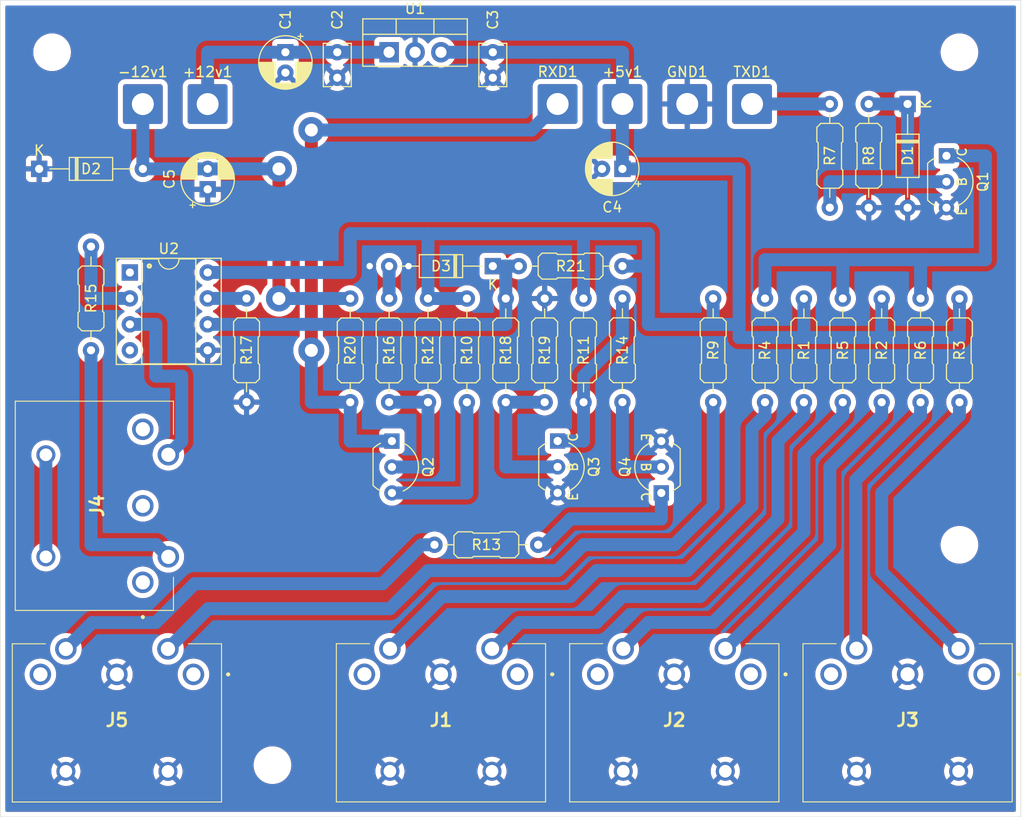
<source format=kicad_pcb>
(kicad_pcb (version 20241229) (generator "pcbnew") (generator_version "9.0")
  (title_block (comment 4 "AISLER Project ID: TXHNPXDB"))
  (layers (0 "F.Cu" signal) (2 "B.Cu" signal) (13 "F.Paste" user) (15 "B.Paste" user) (5 "F.SilkS" user "F.Silkscreen") (7 "B.SilkS" user "B.Silkscreen") (1 "F.Mask" user) (3 "B.Mask" user) (25 "Edge.Cuts" user))
  (net 0 "")
  (net 1 "Net-(D1-K)")
  (net 4 "Net-(J1-Pad5)")
  (net 5 "Net-(J1-Pad4)")
  (net 6 "Net-(J2-Pad5)")
  (net 7 "Net-(J2-Pad4)")
  (net 11 "Net-(J3-Pad5)")
  (net 12 "Net-(J3-Pad4)")
  (net 16 "Net-(J4-Pad4)")
  (net 18 "Net-(-12v1-Pin_1)")
  (net 20 "Net-(J5-Pad4)")
  (net 22 "Net-(J5-Pad5)")
  (net 23 "Net-(Q1-C)")
  (net 24 "Net-(Q2-B)")
  (net 25 "Net-(Q3-C)")
  (net 26 "Net-(Q3-B)")
  (net 27 "Net-(Q4-B)")
  (net 28 "Net-(Q4-C)")
  (net 29 "Net-(U2-C2)")
  (net 30 "Net-(Q2-E)")
  (net 31 "Net-(U2-C1)")
  (net 32 "Net-(D3-A)")
  (net 33 "Net-(U2-VO1)")
  (net 34 "+5V")
  (net 35 "Net-(Q2-C)")
  (net 36 "Net-(TXD1-Pin_1)")
  (net 37 "GND")
  (net 38 "Net-(J4-PadMH1)")
  (net 39 "Net-(+12v1-Pin_1)")
  (net 42 "Net-(D3-K)")
  (footprint "PCM_Resistor_THT_AKL:R_Axial_DIN0207_L6.3mm_D2.5mm_P10.16mm_Horizontal" (layer "F.Cu") (at 58.42 52.07 90)
    (property "Reference" "R10" (at 5.08 0 90) (layer "F.SilkS"))
    (property "Value" "82R" (hide yes))
    (pad "1" thru_hole circle (at 0 0 90) (size 1.6 1.6) (drill 0.8) (layers "*.Cu" "*.Mask") (net 30 "Net-(Q2-E)"))
    (pad "2" thru_hole oval (at 10.16 0 90) (size 1.6 1.6) (drill 0.8) (layers "*.Cu" "*.Mask") (net 34 "+5V"))
  )
  (footprint "KCDX-5S-N:KCDX5SN" (layer "F.Cu") (at 31.63 78.74)
    (property "Reference" "J5" (at -7.5 4.475 0) (layer "F.SilkS") (effects (font (size 1.27 1.27) (thickness 0.254))))
    (property "Value" "DIN-5_180degree" (hide yes))
    (pad "1" thru_hole circle (at 0 0) (size 2.1 2.1) (drill 1.4) (layers "*.Cu" "*.Mask"))
    (pad "2" thru_hole circle (at -7.5 0) (size 2.1 2.1) (drill 1.4) (layers "*.Cu" "*.Mask") (net 37 "GND"))
    (pad "3" thru_hole circle (at -15 0) (size 2.1 2.1) (drill 1.4) (layers "*.Cu" "*.Mask"))
    (pad "4" thru_hole circle (at -2.5 -2.5) (size 2.1 2.1) (drill 1.4) (layers "*.Cu" "*.Mask") (net 20 "Net-(J5-Pad4)"))
    (pad "5" thru_hole circle (at -12.5 -2.5) (size 2.1 2.1) (drill 1.4) (layers "*.Cu" "*.Mask") (net 22 "Net-(J5-Pad5)"))
    (pad "MH1" thru_hole circle (at -2.5 9.5) (size 1.86 1.86) (drill 1.24) (layers "*.Cu" "*.Mask") (net 37 "GND"))
    (pad "MH2" thru_hole circle (at -12.5 9.5) (size 1.86 1.86) (drill 1.24) (layers "*.Cu" "*.Mask") (net 37 "GND"))
  )
  (footprint "Connector_Wire:SolderWire-1.5sqmm_1x01_D1.7mm_OD3.9mm" (layer "F.Cu") (at 73.66 22.85)
    (property "Reference" "+5v1" (at 0 -3.15 0) (layer "F.SilkS"))
    (property "Value" "Conn_01x01")
    (pad "1" thru_hole roundrect (at 0 0) (size 3.9 3.9) (drill 2.15) (layers "*.Cu" "*.Mask") (roundrect_rratio 0.064103) (net 34 "+5V"))
  )
  (footprint "MountingHole:MountingHole_3.2mm_M3" (layer "F.Cu") (at 106.68 17.78)
    (property "Reference" "H2" (hide yes))
    (property "Value" "MountingHole" (hide yes))
    (pad "" np_thru_hole circle (at 0 0) (size 3.2 3.2) (drill 3.2) (layers "*.Cu" "*.Mask"))
  )
  (footprint "KCDX-5S-N:KCDX5SN" (layer "F.Cu") (at 109.1 78.73)
    (property "Reference" "J3" (at -7.5 4.475 0) (layer "F.SilkS") (effects (font (size 1.27 1.27) (thickness 0.254))))
    (property "Value" "DIN-5_180degree" (hide yes))
    (pad "1" thru_hole circle (at 0 0) (size 2.1 2.1) (drill 1.4) (layers "*.Cu" "*.Mask"))
    (pad "2" thru_hole circle (at -7.5 0) (size 2.1 2.1) (drill 1.4) (layers "*.Cu" "*.Mask") (net 37 "GND"))
    (pad "3" thru_hole circle (at -15 0) (size 2.1 2.1) (drill 1.4) (layers "*.Cu" "*.Mask"))
    (pad "4" thru_hole circle (at -2.5 -2.5) (size 2.1 2.1) (drill 1.4) (layers "*.Cu" "*.Mask") (net 12 "Net-(J3-Pad4)"))
    (pad "5" thru_hole circle (at -12.5 -2.5) (size 2.1 2.1) (drill 1.4) (layers "*.Cu" "*.Mask") (net 11 "Net-(J3-Pad5)"))
    (pad "MH1" thru_hole circle (at -2.5 9.5) (size 1.86 1.86) (drill 1.24) (layers "*.Cu" "*.Mask") (net 37 "GND"))
    (pad "MH2" thru_hole circle (at -12.5 9.5) (size 1.86 1.86) (drill 1.24) (layers "*.Cu" "*.Mask") (net 37 "GND"))
  )
  (footprint "PCM_Resistor_THT_AKL:R_Axial_DIN0207_L6.3mm_D2.5mm_P10.16mm_Horizontal" (layer "F.Cu") (at 87.63 52.07 90)
    (property "Reference" "R4" (at 5.08 0 90) (layer "F.SilkS"))
    (property "Value" "220R" (hide yes))
    (pad "1" thru_hole circle (at 0 0 90) (size 1.6 1.6) (drill 0.8) (layers "*.Cu" "*.Mask") (net 4 "Net-(J1-Pad5)"))
    (pad "2" thru_hole oval (at 10.16 0 90) (size 1.6 1.6) (drill 0.8) (layers "*.Cu" "*.Mask") (net 23 "Net-(Q1-C)"))
  )
  (footprint "Connector_Wire:SolderWire-1.5sqmm_1x01_D1.7mm_OD3.9mm" (layer "F.Cu") (at 33.02 22.86)
    (property "Reference" "+12v1" (at 0 -3.15 0) (layer "F.SilkS"))
    (property "Value" "Conn_01x01")
    (pad "1" thru_hole roundrect (at 0 0) (size 3.9 3.9) (drill 2.15) (layers "*.Cu" "*.Mask") (roundrect_rratio 0.064103) (net 39 "Net-(+12v1-Pin_1)"))
  )
  (footprint "Package_TO_SOT_THT:TO-220-3_Vertical" (layer "F.Cu") (at 50.8 17.78)
    (property "Reference" "U1" (at 2.54 -4.27 0) (layer "F.SilkS"))
    (property "Value" "L7805")
    (pad "1" thru_hole rect (at 0 0) (size 1.905 2) (drill 1.1) (layers "*.Cu" "*.Mask") (net 39 "Net-(+12v1-Pin_1)"))
    (pad "2" thru_hole oval (at 2.54 0) (size 1.905 2) (drill 1.1) (layers "*.Cu" "*.Mask") (net 37 "GND"))
    (pad "3" thru_hole oval (at 5.08 0) (size 1.905 2) (drill 1.1) (layers "*.Cu" "*.Mask") (net 34 "+5V"))
  )
  (footprint "PCM_Package_TO_SOT_THT_AKL:TO-92_Inline_Wide_CBE" (layer "F.Cu") (at 67.31 55.87 -90)
    (property "Reference" "Q3" (at 2.54 -3.56 90) (layer "F.SilkS"))
    (property "Value" "BC547" (hide yes))
    (fp_text user "B" (at 2.54 -1.524 90) (layer "F.SilkS") (effects (font (size 0.9 0.9))))
    (fp_text user "E" (at 5.461 -1.524 90) (layer "F.SilkS") (effects (font (size 0.9 0.9))))
    (fp_text user "C" (at -0.381 -1.524 90) (layer "F.SilkS") (effects (font (size 0.9 0.9))))
    (pad "1" thru_hole rect (at 0 0) (size 1.5 1.5) (drill 0.8) (layers "*.Cu" "*.Mask") (net 25 "Net-(Q3-C)"))
    (pad "2" thru_hole circle (at 2.54 0) (size 1.5 1.5) (drill 0.8) (layers "*.Cu" "*.Mask") (net 26 "Net-(Q3-B)"))
    (pad "3" thru_hole circle (at 5.08 0) (size 1.5 1.5) (drill 0.8) (layers "*.Cu" "*.Mask") (net 37 "GND"))
  )
  (footprint "PCM_Resistor_THT_AKL:R_Axial_DIN0207_L6.3mm_D2.5mm_P10.16mm_Horizontal" (layer "F.Cu") (at 65.405 66.04 180)
    (property "Reference" "R13" (at 5.08 0 0) (layer "F.SilkS"))
    (property "Value" "220R" (hide yes))
    (pad "1" thru_hole circle (at 0 0 180) (size 1.6 1.6) (drill 0.8) (layers "*.Cu" "*.Mask") (net 28 "Net-(Q4-C)"))
    (pad "2" thru_hole oval (at 10.16 0 180) (size 1.6 1.6) (drill 0.8) (layers "*.Cu" "*.Mask") (net 22 "Net-(J5-Pad5)"))
  )
  (footprint "PCM_Resistor_THT_AKL:R_Axial_DIN0207_L6.3mm_D2.5mm_P10.16mm_Horizontal" (layer "F.Cu") (at 50.8 52.07 90)
    (property "Reference" "R16" (at 5.08 0 90) (layer "F.SilkS"))
    (property "Value" "2k7" (hide yes))
    (pad "1" thru_hole circle (at 0 0 90) (size 1.6 1.6) (drill 0.8) (layers "*.Cu" "*.Mask") (net 24 "Net-(Q2-B)"))
    (pad "2" thru_hole oval (at 10.16 0 90) (size 1.6 1.6) (drill 0.8) (layers "*.Cu" "*.Mask") (net 32 "Net-(D3-A)"))
  )
  (footprint "Capacitor_THT:CP_Radial_D5.0mm_P2.00mm" (layer "F.Cu") (at 73.66 29.21 180)
    (property "Reference" "C4" (at 1 -3.75 0) (layer "F.SilkS"))
    (property "Value" "10µ 25v")
    (pad "1" thru_hole rect (at 0 0 180) (size 1.6 1.6) (drill 0.8) (layers "*.Cu" "*.Mask") (net 34 "+5V"))
    (pad "2" thru_hole circle (at 2 0 180) (size 1.6 1.6) (drill 0.8) (layers "*.Cu" "*.Mask") (net 37 "GND"))
  )
  (footprint "PCM_Resistor_THT_AKL:R_Axial_DIN0207_L6.3mm_D2.5mm_P10.16mm_Horizontal" (layer "F.Cu") (at 93.98 33.01 90)
    (property "Reference" "R7" (at 5.08 0 90) (layer "F.SilkS"))
    (property "Value" "5k6" (hide yes))
    (pad "1" thru_hole circle (at 0 0 90) (size 1.6 1.6) (drill 0.8) (layers "*.Cu" "*.Mask") (net 1 "Net-(D1-K)"))
    (pad "2" thru_hole oval (at 10.16 0 90) (size 1.6 1.6) (drill 0.8) (layers "*.Cu" "*.Mask") (net 36 "Net-(TXD1-Pin_1)"))
  )
  (footprint "Connector_Wire:SolderWire-1.5sqmm_1x01_D1.7mm_OD3.9mm" (layer "F.Cu") (at 26.67 22.86)
    (property "Reference" "-12v1" (at 0 -3.15 0) (layer "F.SilkS"))
    (property "Value" "Conn_01x01")
    (pad "1" thru_hole roundrect (at 0 0) (size 3.9 3.9) (drill 2.15) (layers "*.Cu" "*.Mask") (roundrect_rratio 0.064103) (net 18 "Net-(-12v1-Pin_1)"))
  )
  (footprint "PCM_Resistor_THT_AKL:R_Axial_DIN0207_L6.3mm_D2.5mm_P10.16mm_Horizontal" (layer "F.Cu") (at 91.44 41.91 -90)
    (property "Reference" "R1" (at 5.08 0 270) (layer "F.SilkS"))
    (property "Value" "220R" (hide yes))
    (pad "1" thru_hole circle (at 0 0 270) (size 1.6 1.6) (drill 0.8) (layers "*.Cu" "*.Mask") (net 34 "+5V"))
    (pad "2" thru_hole oval (at 10.16 0 270) (size 1.6 1.6) (drill 0.8) (layers "*.Cu" "*.Mask") (net 5 "Net-(J1-Pad4)"))
  )
  (footprint "PCM_Resistor_THT_AKL:R_Axial_DIN0207_L6.3mm_D2.5mm_P10.16mm_Horizontal" (layer "F.Cu") (at 102.87 52.07 90)
    (property "Reference" "R6" (at 5.08 0 90) (layer "F.SilkS"))
    (property "Value" "220R" (hide yes))
    (pad "1" thru_hole circle (at 0 0 90) (size 1.6 1.6) (drill 0.8) (layers "*.Cu" "*.Mask") (net 11 "Net-(J3-Pad5)"))
    (pad "2" thru_hole oval (at 10.16 0 90) (size 1.6 1.6) (drill 0.8) (layers "*.Cu" "*.Mask") (net 23 "Net-(Q1-C)"))
  )
  (footprint "Capacitor_THT:C_Rect_L4.0mm_W2.5mm_P2.50mm" (layer "F.Cu") (at 45.72 17.78 -90)
    (property "Reference" "C2" (at -3.175 0 90) (layer "F.SilkS"))
    (property "Value" "100nF")
    (pad "1" thru_hole circle (at 0 0 270) (size 1.6 1.6) (drill 0.8) (layers "*.Cu" "*.Mask") (net 39 "Net-(+12v1-Pin_1)"))
    (pad "2" thru_hole circle (at 2.5 0 270) (size 1.6 1.6) (drill 0.8) (layers "*.Cu" "*.Mask") (net 37 "GND"))
  )
  (footprint "PCM_Resistor_THT_AKL:R_Axial_DIN0207_L6.3mm_D2.5mm_P10.16mm_Horizontal" (layer "F.Cu") (at 106.68 41.91 -90)
    (property "Reference" "R3" (at 5.08 0 270) (layer "F.SilkS"))
    (property "Value" "220R" (hide yes))
    (pad "1" thru_hole circle (at 0 0 270) (size 1.6 1.6) (drill 0.8) (layers "*.Cu" "*.Mask") (net 34 "+5V"))
    (pad "2" thru_hole oval (at 10.16 0 270) (size 1.6 1.6) (drill 0.8) (layers "*.Cu" "*.Mask") (net 12 "Net-(J3-Pad4)"))
  )
  (footprint "Capacitor_THT:C_Rect_L4.0mm_W2.5mm_P2.50mm" (layer "F.Cu") (at 60.96 17.78 -90)
    (property "Reference" "C3" (at -3.175 0 90) (layer "F.SilkS"))
    (property "Value" "100nF")
    (pad "1" thru_hole circle (at 0 0 270) (size 1.6 1.6) (drill 0.8) (layers "*.Cu" "*.Mask") (net 34 "+5V"))
    (pad "2" thru_hole circle (at 2.5 0 270) (size 1.6 1.6) (drill 0.8) (layers "*.Cu" "*.Mask") (net 37 "GND"))
  )
  (footprint "Diode_THT:D_DO-35_SOD27_P10.16mm_Horizontal" (layer "F.Cu") (at 101.6 22.85 -90)
    (property "Reference" "D1" (at 5.08 0 270) (layer "F.SilkS"))
    (property "Value" "1N4148")
    (fp_text user "K" (at 0 -1.8 270) (layer "F.SilkS"))
    (pad "1" thru_hole rect (at 0 0 270) (size 1.6 1.6) (drill 0.8) (layers "*.Cu" "*.Mask") (net 1 "Net-(D1-K)"))
    (pad "2" thru_hole oval (at 10.16 0 270) (size 1.6 1.6) (drill 0.8) (layers "*.Cu" "*.Mask") (net 37 "GND"))
  )
  (footprint "PCM_Package_TO_SOT_THT_AKL:TO-92_Inline_Wide_CBE" (layer "F.Cu") (at 105.41 27.93 -90)
    (property "Reference" "Q1" (at 2.54 -3.56 90) (layer "F.SilkS"))
    (property "Value" "BC547" (hide yes))
    (fp_text user "B" (at 2.54 -1.524 90) (layer "F.SilkS") (effects (font (size 0.9 0.9))))
    (fp_text user "C" (at -0.381 -1.524 90) (layer "F.SilkS") (effects (font (size 0.9 0.9))))
    (fp_text user "E" (at 5.461 -1.524 90) (layer "F.SilkS") (effects (font (size 0.9 0.9))))
    (pad "1" thru_hole rect (at 0 0) (size 1.5 1.5) (drill 0.8) (layers "*.Cu" "*.Mask") (net 23 "Net-(Q1-C)"))
    (pad "2" thru_hole circle (at 2.54 0) (size 1.5 1.5) (drill 0.8) (layers "*.Cu" "*.Mask") (net 1 "Net-(D1-K)"))
    (pad "3" thru_hole circle (at 5.08 0) (size 1.5 1.5) (drill 0.8) (layers "*.Cu" "*.Mask") (net 37 "GND"))
  )
  (footprint "Package_TO_SOT_THT:TO-92_Inline_Wide" (layer "F.Cu") (at 51.075 55.88 -90)
    (property "Reference" "Q2" (at 2.54 -3.56 270) (layer "F.SilkS"))
    (property "Value" "BC557")
    (pad "1" thru_hole rect (at 0 0 270) (size 1.5 1.5) (drill 0.8) (layers "*.Cu" "*.Mask") (net 35 "Net-(Q2-C)"))
    (pad "2" thru_hole circle (at 2.54 0 270) (size 1.5 1.5) (drill 0.8) (layers "*.Cu" "*.Mask") (net 24 "Net-(Q2-B)"))
    (pad "3" thru_hole circle (at 5.08 0 270) (size 1.5 1.5) (drill 0.8) (layers "*.Cu" "*.Mask") (net 30 "Net-(Q2-E)"))
  )
  (footprint "Diode_THT:D_DO-35_SOD27_P10.16mm_Horizontal" (layer "F.Cu") (at 16.51 29.21)
    (property "Reference" "D2" (at 5.08 0 0) (layer "F.SilkS"))
    (property "Value" "1N4148")
    (fp_text user "K" (at 0 -1.8 0) (layer "F.SilkS"))
    (pad "1" thru_hole rect (at 0 0) (size 1.6 1.6) (drill 0.8) (layers "*.Cu" "*.Mask") (net 37 "GND"))
    (pad "2" thru_hole oval (at 10.16 0) (size 1.6 1.6) (drill 0.8) (layers "*.Cu" "*.Mask") (net 18 "Net-(-12v1-Pin_1)"))
  )
  (footprint "Diode_THT:D_DO-35_SOD27_P10.16mm_Horizontal" (layer "F.Cu") (at 60.96 38.735 180)
    (property "Reference" "D3" (at 5.08 0 180) (layer "F.SilkS"))
    (property "Value" "1N4148")
    (fp_text user "K" (at 0 -1.8 180) (layer "F.SilkS"))
    (pad "1" thru_hole rect (at 0 0 180) (size 1.6 1.6) (drill 0.8) (layers "*.Cu" "*.Mask") (net 42 "Net-(D3-K)"))
    (pad "2" thru_hole oval (at 10.16 0 180) (size 1.6 1.6) (drill 0.8) (layers "*.Cu" "*.Mask") (net 32 "Net-(D3-A)"))
  )
  (footprint "Connector_Wire:SolderWire-1.5sqmm_1x01_D1.7mm_OD3.9mm" (layer "F.Cu") (at 86.36 22.85)
    (property "Reference" "TXD1" (at 0 -3.15 0) (layer "F.SilkS"))
    (property "Value" "Conn_01x01")
    (pad "1" thru_hole roundrect (at 0 0) (size 3.9 3.9) (drill 2.15) (layers "*.Cu" "*.Mask") (roundrect_rratio 0.064103) (net 36 "Net-(TXD1-Pin_1)"))
  )
  (footprint "PCM_Resistor_THT_AKL:R_Axial_DIN0207_L6.3mm_D2.5mm_P10.16mm_Horizontal" (layer "F.Cu") (at 21.59 36.82 -90)
    (property "Reference" "R15" (at 5.08 0 90) (layer "F.SilkS"))
    (property "Value" "220R" (hide yes))
    (pad "1" thru_hole circle (at 0 0 270) (size 1.6 1.6) (drill 0.8) (layers "*.Cu" "*.Mask") (net 31 "Net-(U2-C1)"))
    (pad "2" thru_hole oval (at 10.16 0 270) (size 1.6 1.6) (drill 0.8) (layers "*.Cu" "*.Mask") (net 16 "Net-(J4-Pad4)"))
  )
  (footprint "Connector_Wire:SolderWire-1.5sqmm_1x01_D1.7mm_OD3.9mm" (layer "F.Cu") (at 80.01 22.85)
    (property "Reference" "GND1" (at 0 -3.15 0) (layer "F.SilkS"))
    (property "Value" "Conn_01x01")
    (pad "1" thru_hole roundrect (at 0 0) (size 3.9 3.9) (drill 2.15) (layers "*.Cu" "*.Mask") (roundrect_rratio 0.064103) (net 37 "GND"))
  )
  (footprint "PCM_Resistor_THT_AKL:R_Axial_DIN0207_L6.3mm_D2.5mm_P10.16mm_Horizontal" (layer "F.Cu") (at 69.85 41.91 -90)
    (property "Reference" "R11" (at 5.08 0 270) (layer "F.SilkS"))
    (property "Value" "3k9" (hide yes))
    (pad "1" thru_hole circle (at 0 0 270) (size 1.6 1.6) (drill 0.8) (layers "*.Cu" "*.Mask") (net 34 "+5V"))
    (pad "2" thru_hole oval (at 10.16 0 270) (size 1.6 1.6) (drill 0.8) (layers "*.Cu" "*.Mask") (net 25 "Net-(Q3-C)"))
  )
  (footprint "MountingHole:MountingHole_3.2mm_M3" (layer "F.Cu") (at 106.68 66.04)
    (property "Reference" "H4" (hide yes))
    (property "Value" "MountingHole" (hide yes))
    (pad "" np_thru_hole circle (at 0 0) (size 3.2 3.2) (drill 3.2) (layers "*.Cu" "*.Mask"))
  )
  (footprint "PCM_Resistor_THT_AKL:R_Axial_DIN0207_L6.3mm_D2.5mm_P10.16mm_Horizontal" (layer "F.Cu") (at 73.66 41.9 -90)
    (property "Reference" "R14" (at 5.08 0 90) (layer "F.SilkS"))
    (property "Value" "4k7" (hide yes))
    (pad "1" thru_hole circle (at 0 0 270) (size 1.6 1.6) (drill 0.8) (layers "*.Cu" "*.Mask") (net 25 "Net-(Q3-C)"))
    (pad "2" thru_hole oval (at 10.16 0 270) (size 1.6 1.6) (drill 0.8) (layers "*.Cu" "*.Mask") (net 27 "Net-(Q4-B)"))
  )
  (footprint "PCM_Resistor_THT_AKL:R_Axial_DIN0207_L6.3mm_D2.5mm_P10.16mm_Horizontal" (layer "F.Cu") (at 97.79 22.85 -90)
    (property "Reference" "R8" (at 5.08 0 270) (layer "F.SilkS"))
    (property "Value" "1k8" (hide yes))
    (pad "1" thru_hole circle (at 0 0 270) (size 1.6 1.6) (drill 0.8) (layers "*.Cu" "*.Mask") (net 1 "Net-(D1-K)"))
    (pad "2" thru_hole oval (at 10.16 0 270) (size 1.6 1.6) (drill 0.8) (layers "*.Cu" "*.Mask") (net 37 "GND"))
  )
  (footprint "PCM_Resistor_THT_AKL:R_Axial_DIN0207_L6.3mm_D2.5mm_P10.16mm_Horizontal" (layer "F.Cu") (at 95.25 52.07 90)
    (property "Reference" "R5" (at 5.08 0 90) (layer "F.SilkS"))
    (property "Value" "220R" (hide yes))
    (pad "1" thru_hole circle (at 0 0 90) (size 1.6 1.6) (drill 0.8) (layers "*.Cu" "*.Mask") (net 6 "Net-(J2-Pad5)"))
    (pad "2" thru_hole oval (at 10.16 0 90) (size 1.6 1.6) (drill 0.8) (layers "*.Cu" "*.Mask") (net 23 "Net-(Q1-C)"))
  )
  (footprint "PCM_Resistor_THT_AKL:R_Axial_DIN0207_L6.3mm_D2.5mm_P10.16mm_Horizontal" (layer "F.Cu") (at 73.66 38.735 180)
    (property "Reference" "R21" (at 5.08 0 0) (layer "F.SilkS"))
    (property "Value" "1k5" (hide yes))
    (pad "1" thru_hole circle (at 0 0 180) (size 1.6 1.6) (drill 0.8) (layers "*.Cu" "*.Mask") (net 34 "+5V"))
    (pad "2" thru_hole oval (at 10.16 0 180) (size 1.6 1.6) (drill 0.8) (layers "*.Cu" "*.Mask") (net 42 "Net-(D3-K)"))
  )
  (footprint "PCM_Resistor_THT_AKL:R_Axial_DIN0207_L6.3mm_D2.5mm_P10.16mm_Horizontal" (layer "F.Cu") (at 99.06 41.91 -90)
    (property "Reference" "R2" (at 5.08 0 270) (layer "F.SilkS"))
    (property "Value" "220R" (hide yes))
    (pad "1" thru_hole circle (at 0 0 270) (size 1.6 1.6) (drill 0.8) (layers "*.Cu" "*.Mask") (net 34 "+5V"))
    (pad "2" thru_hole oval (at 10.16 0 270) (size 1.6 1.6) (drill 0.8) (layers "*.Cu" "*.Mask") (net 7 "Net-(J2-Pad4)"))
  )
  (footprint "Connector_Wire:SolderWire-1.5sqmm_1x01_D1.7mm_OD3.9mm" (layer "F.Cu") (at 67.31 22.85)
    (property "Reference" "RXD1" (at 0 -3.15 0) (layer "F.SilkS"))
    (property "Value" "Conn_01x01")
    (pad "1" thru_hole roundrect (at 0 0) (size 3.9 3.9) (drill 2.15) (layers "*.Cu" "*.Mask") (roundrect_rratio 0.064103) (net 35 "Net-(Q2-C)"))
  )
  (footprint "KCDX-5S-N:KCDX5SN" (layer "F.Cu") (at 26.67 69.72 -90)
    (property "Reference" "J4" (at -7.5 4.475 90) (layer "F.SilkS") (effects (font (size 1.27 1.27) (thickness 0.254))))
    (property "Value" "DIN-5_180degree" (hide yes))
    (pad "1" thru_hole circle (at 0 0 270) (size 2.1 2.1) (drill 1.4) (layers "*.Cu" "*.Mask"))
    (pad "2" thru_hole circle (at -7.5 0 270) (size 2.1 2.1) (drill 1.4) (layers "*.Cu" "*.Mask"))
    (pad "3" thru_hole circle (at -15 0 270) (size 2.1 2.1) (drill 1.4) (layers "*.Cu" "*.Mask"))
    (pad "4" thru_hole circle (at -2.5 -2.5 270) (size 2.1 2.1) (drill 1.4) (layers "*.Cu" "*.Mask") (net 16 "Net-(J4-Pad4)"))
    (pad "5" thru_hole circle (at -12.5 -2.5 270) (size 2.1 2.1) (drill 1.4) (layers "*.Cu" "*.Mask") (net 29 "Net-(U2-C2)"))
    (pad "MH1" thru_hole circle (at -2.5 9.5 270) (size 1.86 1.86) (drill 1.24) (layers "*.Cu" "*.Mask") (net 38 "Net-(J4-PadMH1)"))
    (pad "MH2" thru_hole circle (at -12.5 9.5 270) (size 1.86 1.86) (drill 1.24) (layers "*.Cu" "*.Mask") (net 38 "Net-(J4-PadMH1)"))
  )
  (footprint "PCM_Resistor_THT_AKL:R_Axial_DIN0207_L6.3mm_D2.5mm_P10.16mm_Horizontal" (layer "F.Cu") (at 66.04 52.07 90)
    (property "Reference" "R19" (at 5.08 0 90) (layer "F.SilkS"))
    (property "Value" "3k9" (hide yes))
    (pad "1" thru_hole circle (at 0 0 90) (size 1.6 1.6) (drill 0.8) (layers "*.Cu" "*.Mask") (net 26 "Net-(Q3-B)"))
    (pad "2" thru_hole oval (at 10.16 0 90) (size 1.6 1.6) (drill 0.8) (layers "*.Cu" "*.Mask") (net 37 "GND"))
  )
  (footprint "PCM_Package_TO_SOT_THT_AKL:TO-92_Inline_Wide_CBE" (layer "F.Cu") (at 77.47 60.96 90)
    (property "Reference" "Q4" (at 2.54 -3.56 90) (layer "F.SilkS"))
    (property "Value" "BC547" (hide yes))
    (fp_text user "C" (at -0.381 -1.524 270) (layer "F.SilkS") (effects (font (size 0.9 0.9))))
    (fp_text user "E" (at 5.461 -1.524 270) (layer "F.SilkS") (effects (font (size 0.9 0.9))))
    (fp_text user "B" (at 2.54 -1.524 270) (layer "F.SilkS") (effects (font (size 0.9 0.9))))
    (pad "1" thru_hole rect (at 0 0 180) (size 1.5 1.5) (drill 0.8) (layers "*.Cu" "*.Mask") (net 28 "Net-(Q4-C)"))
    (pad "2" thru_hole circle (at 2.54 0 180) (size 1.5 1.5) (drill 0.8) (layers "*.Cu" "*.Mask") (net 27 "Net-(Q4-B)"))
    (pad "3" thru_hole circle (at 5.08 0 180) (size 1.5 1.5) (drill 0.8) (layers "*.Cu" "*.Mask") (net 37 "GND"))
  )
  (footprint "KCDX-5S-N:KCDX5SN" (layer "F.Cu") (at 63.38 78.73)
    (property "Reference" "J1" (at -7.5 4.475 0) (layer "F.SilkS") (effects (font (size 1.27 1.27) (thickness 0.254))))
    (property "Value" "DIN-5_180degree" (hide yes))
    (pad "1" thru_hole circle (at 0 0) (size 2.1 2.1) (drill 1.4) (layers "*.Cu" "*.Mask"))
    (pad "2" thru_hole circle (at -7.5 0) (size 2.1 2.1) (drill 1.4) (layers "*.Cu" "*.Mask") (net 37 "GND"))
    (pad "3" thru_hole circle (at -15 0) (size 2.1 2.1) (drill 1.4) (layers "*.Cu" "*.Mask"))
    (pad "4" thru_hole circle (at -2.5 -2.5) (size 2.1 2.1) (drill 1.4) (layers "*.Cu" "*.Mask") (net 5 "Net-(J1-Pad4)"))
    (pad "5" thru_hole circle (at -12.5 -2.5) (size 2.1 2.1) (drill 1.4) (layers "*.Cu" "*.Mask") (net 4 "Net-(J1-Pad5)"))
    (pad "MH1" thru_hole circle (at -2.5 9.5) (size 1.86 1.86) (drill 1.24) (layers "*.Cu" "*.Mask") (net 37 "GND"))
    (pad "MH2" thru_hole circle (at -12.5 9.5) (size 1.86 1.86) (drill 1.24) (layers "*.Cu" "*.Mask") (net 37 "GND"))
  )
  (footprint "PCM_Resistor_THT_AKL:R_Axial_DIN0207_L6.3mm_D2.5mm_P10.16mm_Horizontal" (layer "F.Cu") (at 54.61 52.07 90)
    (property "Reference" "R12" (at 5.08 0 90) (layer "F.SilkS"))
    (property "Value" "2k2" (hide yes))
    (pad "1" thru_hole circle (at 0 0 90) (size 1.6 1.6) (drill 0.8) (layers "*.Cu" "*.Mask") (net 24 "Net-(Q2-B)"))
    (pad "2" thru_hole oval (at 10.16 0 90) (size 1.6 1.6) (drill 0.8) (layers "*.Cu" "*.Mask") (net 34 "+5V"))
  )
  (footprint "PCM_Resistor_THT_AKL:R_Axial_DIN0207_L6.3mm_D2.5mm_P10.16mm_Horizontal" (layer "F.Cu") (at 82.55 41.9 -90)
    (property "Reference" "R9" (at 5.08 0 270) (layer "F.SilkS"))
    (property "Value" "220R" (hide yes))
    (pad "1" thru_hole circle (at 0 0 270) (size 1.6 1.6) (drill 0.8) (layers "*.Cu" "*.Mask") (net 34 "+5V"))
    (pad "2" thru_hole oval (at 10.16 0 270) (size 1.6 1.6) (drill 0.8) (layers "*.Cu" "*.Mask") (net 20 "Net-(J5-Pad4)"))
  )
  (footprint "Capacitor_THT:CP_Radial_D5.0mm_P2.00mm" (layer "F.Cu") (at 40.64 17.78 -90)
    (property "Reference" "C1" (at -3.175 0 90) (layer "F.SilkS"))
    (property "Value" "10µ 25v")
    (pad "1" thru_hole rect (at 0 0 270) (size 1.6 1.6) (drill 0.8) (layers "*.Cu" "*.Mask") (net 39 "Net-(+12v1-Pin_1)"))
    (pad "2" thru_hole circle (at 2 0 270) (size 1.6 1.6) (drill 0.8) (layers "*.Cu" "*.Mask") (net 37 "GND"))
  )
  (footprint "Capacitor_THT:CP_Radial_D5.0mm_P2.00mm" (layer "F.Cu") (at 33.02 31.21 90)
    (property "Reference" "C5" (at 1 -3.75 90) (layer "F.SilkS"))
    (property "Value" "10µ 25v")
    (pad "1" thru_hole rect (at 0 0 90) (size 1.6 1.6) (drill 0.8) (layers "*.Cu" "*.Mask") (net 37 "GND"))
    (pad "2" thru_hole circle (at 2 0 90) (size 1.6 1.6) (drill 0.8) (layers "*.Cu" "*.Mask") (net 18 "Net-(-12v1-Pin_1)"))
  )
  (footprint "MountingHole:MountingHole_3.2mm_M3" (layer "F.Cu") (at 17.78 17.78)
    (property "Reference" "H1" (hide yes))
    (property "Value" "MountingHole" (hide yes))
    (pad "" np_thru_hole circle (at 0 0) (size 3.2 3.2) (drill 3.2) (layers "*.Cu" "*.Mask"))
  )
  (footprint "PCM_Resistor_THT_AKL:R_Axial_DIN0207_L6.3mm_D2.5mm_P10.16mm_Horizontal" (layer "F.Cu") (at 46.99 41.91 -90)
    (property "Reference" "R20" (at 5.08 0 90) (layer "F.SilkS"))
    (property "Value" "1k8" (hide yes))
    (pad "1" thru_hole circle (at 0 0 270) (size 1.6 1.6) (drill 0.8) (layers "*.Cu" "*.Mask") (net 18 "Net-(-12v1-Pin_1)"))
    (pad "2" thru_hole oval (at 10.16 0 270) (size 1.6 1.6) (drill 0.8) (layers "*.Cu" "*.Mask") (net 35 "Net-(Q2-C)"))
  )
  (footprint "PCM_Package_DIP_AKL:DIP-8_W7.62mm_Socket" (layer "F.Cu") (at 25.4 39.36)
    (property "Reference" "U2" (at 3.81 -2.33 0) (layer "F.SilkS"))
    (property "Value" "6N138" (hide yes))
    (pad "1" thru_hole rect (at 0 0) (size 1.6 1.6) (drill 0.8) (layers "*.Cu" "*.Mask"))
    (pad "2" thru_hole oval (at 0 2.54) (size 1.6 1.6) (drill 0.8) (layers "*.Cu" "*.Mask") (net 31 "Net-(U2-C1)"))
    (pad "3" thru_hole oval (at 0 5.08) (size 1.6 1.6) (drill 0.8) (layers "*.Cu" "*.Mask") (net 29 "Net-(U2-C2)"))
    (pad "4" thru_hole oval (at 0 7.62) (size 1.6 1.6) (drill 0.8) (layers "*.Cu" "*.Mask"))
    (pad "5" thru_hole oval (at 7.62 7.62) (size 1.6 1.6) (drill 0.8) (layers "*.Cu" "*.Mask") (net 37 "GND"))
    (pad "6" thru_hole oval (at 7.62 5.08) (size 1.6 1.6) (drill 0.8) (layers "*.Cu" "*.Mask") (net 42 "Net-(D3-K)"))
    (pad "7" thru_hole oval (at 7.62 2.54) (size 1.6 1.6) (drill 0.8) (layers "*.Cu" "*.Mask") (net 33 "Net-(U2-VO1)"))
    (pad "8" thru_hole oval (at 7.62 0) (size 1.6 1.6) (drill 0.8) (layers "*.Cu" "*.Mask") (net 34 "+5V"))
  )
  (footprint "PCM_Resistor_THT_AKL:R_Axial_DIN0207_L6.3mm_D2.5mm_P10.16mm_Horizontal" (layer "F.Cu") (at 62.23 52.07 90)
    (property "Reference" "R18" (at 5.08 0 90) (layer "F.SilkS"))
    (property "Value" "12k" (hide yes))
    (pad "1" thru_hole circle (at 0 0 90) (size 1.6 1.6) (drill 0.8) (layers "*.Cu" "*.Mask") (net 26 "Net-(Q3-B)"))
    (pad "2" thru_hole oval (at 10.16 0 90) (size 1.6 1.6) (drill 0.8) (layers "*.Cu" "*.Mask") (net 42 "Net-(D3-K)"))
  )
  (footprint "PCM_Resistor_THT_AKL:R_Axial_DIN0207_L6.3mm_D2.5mm_P10.16mm_Horizontal" (layer "F.Cu") (at 36.83 41.9 -90)
    (property "Reference" "R17" (at 5.08 0 90) (layer "F.SilkS"))
    (property "Value" "1k" (hide yes))
    (pad "1" thru_hole circle (at 0 0 270) (size 1.6 1.6) (drill 0.8) (layers "*.Cu" "*.Mask") (net 33 "Net-(U2-VO1)"))
    (pad "2" thru_hole oval (at 10.16 0 270) (size 1.6 1.6) (drill 0.8) (layers "*.Cu" "*.Mask") (net 37 "GND"))
  )
  (footprint "KCDX-5S-N:KCDX5SN" (layer "F.Cu") (at 86.24 78.73)
    (property "Reference" "J2" (at -7.5 4.475 0) (layer "F.SilkS") (effects (font (size 1.27 1.27) (thickness 0.254))))
    (property "Value" "DIN-5_180degree" (hide yes))
    (pad "1" thru_hole circle (at 0 0) (size 2.1 2.1) (drill 1.4) (layers "*.Cu" "*.Mask"))
    (pad "2" thru_hole circle (at -7.5 0) (size 2.1 2.1) (drill 1.4) (layers "*.Cu" "*.Mask") (net 37 "GND"))
    (pad "3" thru_hole circle (at -15 0) (size 2.1 2.1) (drill 1.4) (layers "*.Cu" "*.Mask"))
    (pad "4" thru_hole circle (at -2.5 -2.5) (size 2.1 2.1) (drill 1.4) (layers "*.Cu" "*.Mask") (net 7 "Net-(J2-Pad4)"))
    (pad "5" thru_hole circle (at -12.5 -2.5) (size 2.1 2.1) (drill 1.4) (layers "*.Cu" "*.Mask") (net 6 "Net-(J2-Pad5)"))
    (pad "MH1" thru_hole circle (at -2.5 9.5) (size 1.86 1.86) (drill 1.24) (layers "*.Cu" "*.Mask") (net 37 "GND"))
    (pad "MH2" thru_hole circle (at -12.5 9.5) (size 1.86 1.86) (drill 1.24) (layers "*.Cu" "*.Mask") (net 37 "GND"))
  )
  (footprint "MountingHole:MountingHole_3.2mm_M3" (layer "F.Cu") (at 39.37 87.63)
    (property "Reference" "H3" (hide yes))
    (property "Value" "MountingHole" (hide yes))
    (pad "" np_thru_hole circle (at 0 0) (size 3.2 3.2) (drill 3.2) (layers "*.Cu" "*.Mask"))
  )
  (gr_rect (start 12.7 12.7) (end 112.7 92.7) (stroke (width 0.05)) (fill no) (layer "Edge.Cuts"))
  (segment (start 105.41 30.47) (end 101.6 30.47) (width 1.27) (layer "B.Cu") (net 1))
  (segment (start 93.98 30.47) (end 101.6 30.47) (width 1.27) (layer "B.Cu") (net 1))
  (segment (start 101.6 30.47) (end 101.6 22.85) (width 1.27) (layer "B.Cu") (net 1))
  (segment (start 101.6 22.85) (end 97.79 22.85) (width 1.27) (layer "B.Cu") (net 1))
  (segment (start 93.98 33.01) (end 93.98 30.47) (width 1.27) (layer "B.Cu") (net 1))
  (segment (start 68.58 71.11) (end 71.12 68.57) (width 1.27) (layer "B.Cu") (net 4))
  (segment (start 71.12 68.57) (end 80.01 68.57) (width 1.27) (layer "B.Cu") (net 4))
  (segment (start 50.88 76.23) (end 56 71.11) (width 1.27) (layer "B.Cu") (net 4))
  (segment (start 86.36 54.62) (end 87.63 53.35) (width 1.27) (layer "B.Cu") (net 4))
  (segment (start 56 71.11) (end 68.58 71.11) (width 1.27) (layer "B.Cu") (net 4))
  (segment (start 80.01 68.57) (end 86.36 62.22) (width 1.27) (layer "B.Cu") (net 4))
  (segment (start 86.36 62.22) (end 86.36 54.62) (width 1.27) (layer "B.Cu") (net 4))
  (segment (start 87.63 53.35) (end 87.63 52.07) (width 1.27) (layer "B.Cu") (net 4))
  (segment (start 73.66 71.11) (end 81.28 71.11) (width 1.27) (layer "B.Cu") (net 5))
  (segment (start 83.83 68.57) (end 88.9 63.5) (width 1.27) (layer "B.Cu") (net 5))
  (segment (start 88.9 63.5) (end 88.9 55.88) (width 1.27) (layer "B.Cu") (net 5))
  (segment (start 91.44 53.34) (end 91.44 52.07) (width 1.27) (layer "B.Cu") (net 5))
  (segment (start 83.82 68.57) (end 83.83 68.57) (width 1.27) (layer "B.Cu") (net 5))
  (segment (start 63.58 73.65) (end 71.12 73.65) (width 1.27) (layer "B.Cu") (net 5))
  (segment (start 81.28 71.11) (end 83.82 68.57) (width 1.27) (layer "B.Cu") (net 5))
  (segment (start 71.12 73.65) (end 73.66 71.11) (width 1.27) (layer "B.Cu") (net 5))
  (segment (start 61 76.23) (end 63.58 73.65) (width 1.27) (layer "B.Cu") (net 5))
  (segment (start 60.88 76.23) (end 61 76.23) (width 1.27) (layer "B.Cu") (net 5))
  (segment (start 88.9 55.88) (end 91.44 53.34) (width 1.27) (layer "B.Cu") (net 5))
  (segment (start 73.74 76.12) (end 76.21 73.65) (width 1.27) (layer "B.Cu") (net 6))
  (segment (start 73.74 76.23) (end 73.74 76.12) (width 1.27) (layer "B.Cu") (net 6))
  (segment (start 91.44 57.16) (end 95.25 53.35) (width 1.27) (layer "B.Cu") (net 6))
  (segment (start 82.55 73.65) (end 85.09 71.11) (width 1.27) (layer "B.Cu") (net 6))
  (segment (start 91.44 64.77) (end 91.44 57.16) (width 1.27) (layer "B.Cu") (net 6))
  (segment (start 85.1 71.11) (end 91.44 64.77) (width 1.27) (layer "B.Cu") (net 6))
  (segment (start 76.21 73.65) (end 82.55 73.65) (width 1.27) (layer "B.Cu") (net 6))
  (segment (start 85.09 71.11) (end 85.1 71.11) (width 1.27) (layer "B.Cu") (net 6))
  (segment (start 95.25 53.35) (end 95.25 52.07) (width 1.27) (layer "B.Cu") (net 6))
  (segment (start 86.36 73.66) (end 93.98 66.04) (width 1.27) (layer "B.Cu") (net 7))
  (segment (start 93.98 58.42) (end 99.06 53.34) (width 1.27) (layer "B.Cu") (net 7))
  (segment (start 83.74 76.23) (end 86.31 73.66) (width 1.27) (layer "B.Cu") (net 7))
  (segment (start 99.06 53.34) (end 99.06 52.07) (width 1.27) (layer "B.Cu") (net 7))
  (segment (start 86.31 73.66) (end 86.36 73.66) (width 1.27) (layer "B.Cu") (net 7))
  (segment (start 93.98 66.04) (end 93.98 58.42) (width 1.27) (layer "B.Cu") (net 7))
  (segment (start 96.52 59.69) (end 102.87 53.34) (width 1.27) (layer "B.Cu") (net 11))
  (segment (start 102.87 53.34) (end 102.87 52.07) (width 1.27) (layer "B.Cu") (net 11))
  (segment (start 96.52 76.15) (end 96.52 59.69) (width 1.27) (layer "B.Cu") (net 11))
  (segment (start 96.6 76.23) (end 96.52 76.15) (width 1.27) (layer "B.Cu") (net 11))
  (segment (start 99.06 68.69) (end 99.06 60.97) (width 1.27) (layer "B.Cu") (net 12))
  (segment (start 106.6 76.23) (end 99.06 68.69) (width 1.27) (layer "B.Cu") (net 12))
  (segment (start 106.68 53.35) (end 106.68 52.07) (width 1.27) (layer "B.Cu") (net 12))
  (segment (start 99.06 60.97) (end 106.68 53.35) (width 1.27) (layer "B.Cu") (net 12))
  (segment (start 27.98 66.03) (end 29.17 67.22) (width 1.27) (layer "B.Cu") (net 16))
  (segment (start 21.59 46.98) (end 21.59 66.03) (width 1.27) (layer "B.Cu") (net 16))
  (segment (start 21.59 66.03) (end 27.98 66.03) (width 1.27) (layer "B.Cu") (net 16))
  (segment (start 40.005 41.91) (end 40.005 29.21) (width 1.27) (layer "F.Cu") (net 18))
  (via (at 40.005 29.21) (size 2.54) (drill 1.27) (layers "F.Cu" "B.Cu") (net 18))
  (via (at 40.005 41.91) (size 2.54) (drill 1.27) (layers "F.Cu" "B.Cu") (net 18))
  (segment (start 26.67 29.21) (end 26.67 22.86) (width 1.27) (layer "B.Cu") (net 18))
  (segment (start 40.005 29.21) (end 33.02 29.21) (width 1.27) (layer "B.Cu") (net 18))
  (segment (start 26.67 29.21) (end 33.02 29.21) (width 1.27) (layer "B.Cu") (net 18))
  (segment (start 46.99 41.91) (end 40.005 41.91) (width 1.27) (layer "B.Cu") (net 18))
  (segment (start 29.13 76.24) (end 33.07 72.3) (width 1.27) (layer "B.Cu") (net 20))
  (segment (start 33.07 72.3) (end 50.88 72.3) (width 1.27) (layer "B.Cu") (net 20))
  (segment (start 82.55 62.23) (end 82.55 52.06) (width 1.27) (layer "B.Cu") (net 20))
  (segment (start 78.75 66.03) (end 82.55 62.23) (width 1.27) (layer "B.Cu") (net 20))
  (segment (start 54.61 68.57) (end 67.31 68.57) (width 1.27) (layer "B.Cu") (net 20))
  (segment (start 50.88 72.3) (end 54.61 68.57) (width 1.27) (layer "B.Cu") (net 20))
  (segment (start 69.85 66.03) (end 78.75 66.03) (width 1.27) (layer "B.Cu") (net 20))
  (segment (start 67.31 68.57) (end 69.85 66.03) (width 1.27) (layer "B.Cu") (net 20))
  (segment (start 55.245 66.04) (end 53.975 66.04) (width 1.27) (layer "B.Cu") (net 22))
  (segment (start 21.71 73.66) (end 19.13 76.24) (width 1.27) (layer "B.Cu") (net 22))
  (segment (start 53.975 66.04) (end 50.165 69.85) (width 1.27) (layer "B.Cu") (net 22))
  (segment (start 50.165 69.85) (end 31.75 69.85) (width 1.27) (layer "B.Cu") (net 22))
  (segment (start 27.94 73.66) (end 21.71 73.66) (width 1.27) (layer "B.Cu") (net 22))
  (segment (start 31.75 69.85) (end 27.94 73.66) (width 1.27) (layer "B.Cu") (net 22))
  (segment (start 95.25 41.91) (end 95.25 38.11) (width 1.27) (layer "B.Cu") (net 23))
  (segment (start 102.87 41.91) (end 102.87 38.11) (width 1.27) (layer "B.Cu") (net 23))
  (segment (start 102.87 38.11) (end 109.21 38.11) (width 1.27) (layer "B.Cu") (net 23))
  (segment (start 109.22 38.1) (end 109.22 27.94) (width 1.27) (layer "B.Cu") (net 23))
  (segment (start 87.63 38.11) (end 95.25 38.11) (width 1.27) (layer "B.Cu") (net 23))
  (segment (start 109.21 27.93) (end 105.41 27.93) (width 1.27) (layer "B.Cu") (net 23))
  (segment (start 109.22 27.94) (end 109.21 27.93) (width 1.27) (layer "B.Cu") (net 23))
  (segment (start 109.21 38.11) (end 109.22 38.1) (width 1.27) (layer "B.Cu") (net 23))
  (segment (start 87.63 41.91) (end 87.63 38.11) (width 1.27) (layer "B.Cu") (net 23))
  (segment (start 95.25 38.11) (end 102.87 38.11) (width 1.27) (layer "B.Cu") (net 23))
  (segment (start 50.8 52.07) (end 54.61 52.07) (width 1.27) (layer "B.Cu") (net 24))
  (segment (start 51.075 58.42) (end 54.61 58.42) (width 1.27) (layer "B.Cu") (net 24))
  (segment (start 54.61 58.42) (end 54.61 52.07) (width 1.27) (layer "B.Cu") (net 24))
  (segment (start 69.85 49.52) (end 69.85 52.07) (width 1.27) (layer "B.Cu") (net 25))
  (segment (start 73.66 45.71) (end 73.66 41.9) (width 1.27) (layer "B.Cu") (net 25))
  (segment (start 69.84 55.87) (end 69.85 55.88) (width 1.27) (layer "B.Cu") (net 25))
  (segment (start 69.85 55.88) (end 69.85 52.07) (width 1.27) (layer "B.Cu") (net 25))
  (segment (start 67.31 55.87) (end 69.84 55.87) (width 1.27) (layer "B.Cu") (net 25))
  (segment (start 73.66 45.71) (end 69.85 49.52) (width 1.27) (layer "B.Cu") (net 25))
  (segment (start 62.23 58.42) (end 62.23 52.07) (width 1.27) (layer "B.Cu") (net 26))
  (segment (start 62.23 52.07) (end 66.04 52.07) (width 1.27) (layer "B.Cu") (net 26))
  (segment (start 67.31 58.41) (end 62.24 58.41) (width 1.27) (layer "B.Cu") (net 26))
  (segment (start 62.24 58.41) (end 62.23 58.42) (width 1.27) (layer "B.Cu") (net 26))
  (segment (start 73.66 58.42) (end 73.66 52.06) (width 1.27) (layer "B.Cu") (net 27))
  (segment (start 77.47 58.41) (end 73.67 58.41) (width 1.27) (layer "B.Cu") (net 27))
  (segment (start 73.67 58.41) (end 73.66 58.42) (width 1.27) (layer "B.Cu") (net 27))
  (segment (start 77.47 63.5) (end 77.47 60.96) (width 1.27) (layer "B.Cu") (net 28))
  (segment (start 65.405 66.04) (end 66.04 66.04) (width 1.27) (layer "B.Cu") (net 28))
  (segment (start 66.04 66.04) (end 68.58 63.5) (width 1.27) (layer "B.Cu") (net 28))
  (segment (start 68.58 63.5) (end 77.47 63.5) (width 1.27) (layer "B.Cu") (net 28))
  (segment (start 27.94 44.44) (end 25.4 44.44) (width 1.27) (layer "B.Cu") (net 29))
  (segment (start 29.17 57.22) (end 30.48 55.91) (width 1.27) (layer "B.Cu") (net 29))
  (segment (start 30.48 49.52) (end 27.94 49.52) (width 1.27) (layer "B.Cu") (net 29))
  (segment (start 27.94 49.52) (end 27.94 44.44) (width 1.27) (layer "B.Cu") (net 29))
  (segment (start 30.48 55.91) (end 30.48 49.52) (width 1.27) (layer "B.Cu") (net 29))
  (segment (start 58.42 60.96) (end 58.42 52.07) (width 1.27) (layer "B.Cu") (net 30))
  (segment (start 51.075 60.96) (end 58.42 60.96) (width 1.27) (layer "B.Cu") (net 30))
  (segment (start 21.59 41.9) (end 21.59 36.82) (width 1.27) (layer "B.Cu") (net 31))
  (segment (start 25.4 41.9) (end 21.59 41.9) (width 1.27) (layer "B.Cu") (net 31))
  (segment (start 50.8 38.735) (end 50.8 41.91) (width 1.27) (layer "B.Cu") (net 32))
  (segment (start 33.02 41.9) (end 36.83 41.9) (width 1.27) (layer "B.Cu") (net 33))
  (segment (start 46.99 35.56) (end 46.99 39.37) (width 1.27) (layer "B.Cu") (net 34))
  (segment (start 73.66 35.56) (end 69.85 35.56) (width 1.27) (layer "B.Cu") (net 34))
  (segment (start 54.61 41.91) (end 58.42 41.91) (width 1.27) (layer "B.Cu") (net 34))
  (segment (start 99.06 41.91) (end 99.06 45.73) (width 1.27) (layer "B.Cu") (net 34))
  (segment (start 73.66 29.21) (end 73.66 22.85) (width 1.27) (layer "B.Cu") (net 34))
  (segment (start 73.66 17.78) (end 73.66 22.85) (width 1.27) (layer "B.Cu") (net 34))
  (segment (start 69.85 41.91) (end 69.85 35.56) (width 1.27) (layer "B.Cu") (net 34))
  (segment (start 85.09 45.73) (end 85.09 44.45) (width 1.27) (layer "B.Cu") (net 34))
  (segment (start 46.99 39.37) (end 46.98 39.36) (width 1.27) (layer "B.Cu") (net 34))
  (segment (start 106.68 45.73) (end 99.06 45.73) (width 1.27) (layer "B.Cu") (net 34))
  (segment (start 76.2 38.735) (end 76.2 35.56) (width 1.27) (layer "B.Cu") (net 34))
  (segment (start 60.96 17.78) (end 73.66 17.78) (width 1.27) (layer "B.Cu") (net 34))
  (segment (start 73.66 38.735) (end 76.2 38.735) (width 1.27) (layer "B.Cu") (net 34))
  (segment (start 46.98 39.36) (end 33.02 39.36) (width 1.27) (layer "B.Cu") (net 34))
  (segment (start 55.88 17.78) (end 60.96 17.78) (width 1.27) (layer "B.Cu") (net 34))
  (segment (start 85.09 44.45) (end 82.55 44.45) (width 1.27) (layer "B.Cu") (net 34))
  (segment (start 82.55 44.45) (end 76.2 44.45) (width 1.27) (layer "B.Cu") (net 34))
  (segment (start 69.85 35.56) (end 54.61 35.56) (width 1.27) (layer "B.Cu") (net 34))
  (segment (start 54.61 35.56) (end 46.99 35.56) (width 1.27) (layer "B.Cu") (net 34))
  (segment (start 85.09 29.21) (end 73.66 29.21) (width 1.27) (layer "B.Cu") (net 34))
  (segment (start 82.55 41.9) (end 82.55 44.45) (width 1.27) (layer "B.Cu") (net 34))
  (segment (start 99.06 45.73) (end 91.44 45.73) (width 1.27) (layer "B.Cu") (net 34))
  (segment (start 76.2 35.56) (end 73.66 35.56) (width 1.27) (layer "B.Cu") (net 34))
  (segment (start 91.44 45.73) (end 85.09 45.73) (width 1.27) (layer "B.Cu") (net 34))
  (segment (start 91.44 41.91) (end 91.44 45.73) (width 1.27) (layer "B.Cu") (net 34))
  (segment (start 106.68 41.91) (end 106.68 45.73) (width 1.27) (layer "B.Cu") (net 34))
  (segment (start 85.09 44.45) (end 85.09 29.21) (width 1.27) (layer "B.Cu") (net 34))
  (segment (start 54.61 41.91) (end 54.61 35.56) (width 1.27) (layer "B.Cu") (net 34))
  (segment (start 76.2 44.45) (end 76.2 38.735) (width 1.27) (layer "B.Cu") (net 34))
  (segment (start 43.18 46.99) (end 43.18 25.4) (width 1.27) (layer "F.Cu") (net 35))
  (via (at 43.18 25.4) (size 2.54) (drill 1.27) (layers "F.Cu" "B.Cu") (net 35))
  (via (at 43.18 46.99) (size 2.54) (drill 1.27) (layers "F.Cu" "B.Cu") (net 35))
  (segment (start 64.76 25.4) (end 67.31 22.85) (width 1.27) (layer "B.Cu") (net 35))
  (segment (start 46.99 55.88) (end 46.99 52.07) (width 1.27) (layer "B.Cu") (net 35))
  (segment (start 43.18 50.165) (end 43.18 46.99) (width 1.27) (layer "B.Cu") (net 35))
  (segment (start 46.99 52.07) (end 43.18 52.07) (width 1.27) (layer "B.Cu") (net 35))
  (segment (start 51.075 55.88) (end 46.99 55.88) (width 1.27) (layer "B.Cu") (net 35))
  (segment (start 43.18 52.07) (end 43.18 50.165) (width 1.27) (layer "B.Cu") (net 35))
  (segment (start 43.18 25.4) (end 64.76 25.4) (width 1.27) (layer "B.Cu") (net 35))
  (segment (start 93.98 22.85) (end 86.36 22.85) (width 1.27) (layer "B.Cu") (net 36))
  (via (at 48.895 38.735) (size 1.27) (drill 0.635) (layers "F.Cu" "B.Cu") (net 37))
  (via (at 52.705 38.735) (size 1.27) (drill 0.635) (layers "F.Cu" "B.Cu") (net 37))
  (segment (start 17.17 57.22) (end 17.17 67.22) (width 1.27) (layer "B.Cu") (net 38))
  (segment (start 33.02 22.86) (end 33.02 17.78) (width 1.27) (layer "B.Cu") (net 39))
  (segment (start 45.72 17.78) (end 40.64 17.78) (width 1.27) (layer "B.Cu") (net 39))
  (segment (start 33.02 17.78) (end 40.64 17.78) (width 1.27) (layer "B.Cu") (net 39))
  (segment (start 50.8 17.78) (end 45.72 17.78) (width 1.27) (layer "B.Cu") (net 39))
  (segment (start 50.8 44.45) (end 50.79 44.44) (width 1.27) (layer "B.Cu") (net 42))
  (segment (start 62.23 41.91) (end 62.23 38.735) (width 1.27) (layer "B.Cu") (net 42))
  (segment (start 62.23 44.45) (end 50.8 44.45) (width 1.27) (layer "B.Cu") (net 42))
  (segment (start 63.5 38.735) (end 62.23 38.735) (width 1.27) (layer "B.Cu") (net 42))
  (segment (start 62.23 41.91) (end 62.23 44.45) (width 1.27) (layer "B.Cu") (net 42))
  (segment (start 62.23 38.735) (end 60.96 38.735) (width 1.27) (layer "B.Cu") (net 42))
  (segment (start 50.79 44.44) (end 33.02 44.44) (width 1.27) (layer "B.Cu") (net 42))
  (zone (net 37) (net_name "GND") (layers "F.Cu" "B.Cu") (connect_pads (clearance 0.5)) (min_thickness 0.254) (fill yes (thermal_gap 0.5) (thermal_bridge_width 0.5))
    (polygon (pts (xy 12.7 12.69) (xy 12.7 92.7) (xy 113.03 92.7) (xy 113.03 12.69)))
  )
)
</source>
